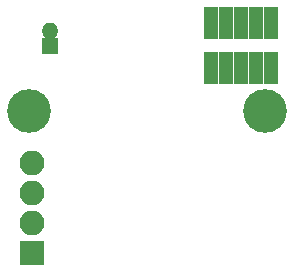
<source format=gbr>
G04 #@! TF.GenerationSoftware,KiCad,Pcbnew,(2017-08-16 revision 90873a101)-master*
G04 #@! TF.CreationDate,2017-12-28T02:46:26+02:00*
G04 #@! TF.ProjectId,distance-sensor-vl53l0x,64697374616E63652D73656E736F722D,rev?*
G04 #@! TF.SameCoordinates,Original*
G04 #@! TF.FileFunction,Soldermask,Bot*
G04 #@! TF.FilePolarity,Negative*
%FSLAX46Y46*%
G04 Gerber Fmt 4.6, Leading zero omitted, Abs format (unit mm)*
G04 Created by KiCad (PCBNEW (2017-08-16 revision 90873a101)-master) date Thu Dec 28 02:46:26 2017*
%MOMM*%
%LPD*%
G01*
G04 APERTURE LIST*
%ADD10C,3.700000*%
%ADD11R,1.160000X2.800000*%
%ADD12R,1.400000X1.400000*%
%ADD13O,1.400000X1.400000*%
%ADD14R,2.100000X2.100000*%
%ADD15O,2.100000X2.100000*%
G04 APERTURE END LIST*
D10*
X116000000Y-99750000D03*
X96000000Y-99750000D03*
D11*
X116470000Y-96110000D03*
X116470000Y-92300000D03*
X115200000Y-96110000D03*
X115200000Y-92300000D03*
X113930000Y-96110000D03*
X113930000Y-92300000D03*
X112660000Y-96110000D03*
X112660000Y-92300000D03*
X111390000Y-96110000D03*
X111390000Y-92300000D03*
D12*
X97750000Y-94250000D03*
D13*
X97750000Y-92980000D03*
D14*
X96250000Y-111790000D03*
D15*
X96250000Y-109250000D03*
X96250000Y-106710000D03*
X96250000Y-104170000D03*
M02*

</source>
